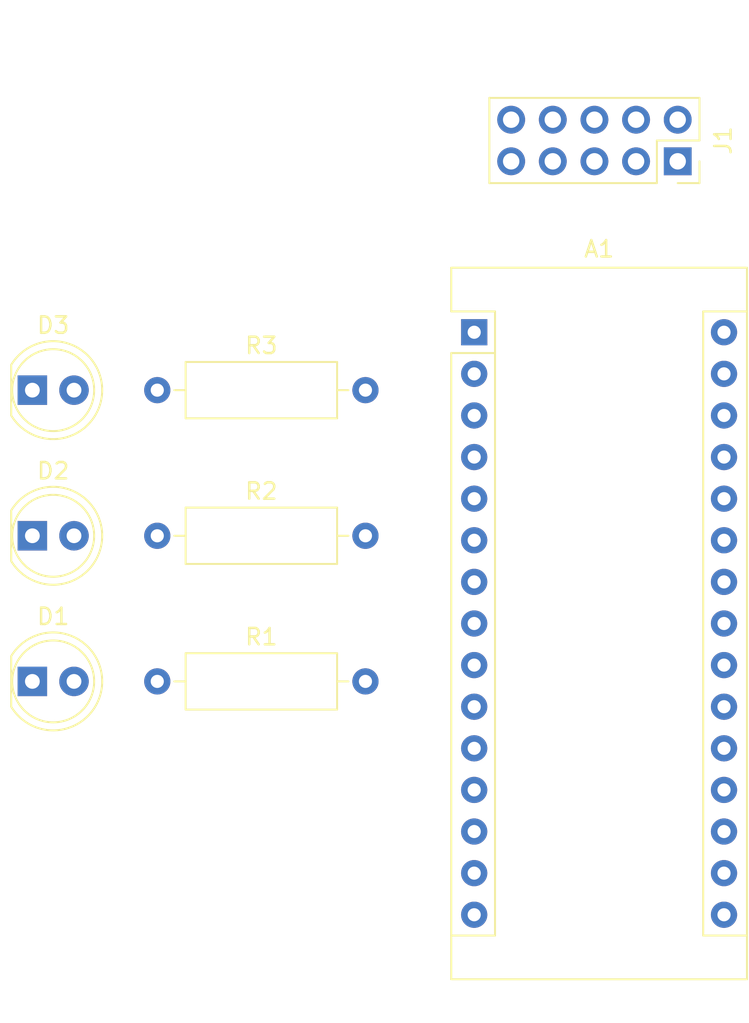
<source format=kicad_pcb>
(kicad_pcb (version 20171130) (host pcbnew 5.0.0+dfsg1-1)

  (general
    (thickness 1.6)
    (drawings 0)
    (tracks 0)
    (zones 0)
    (modules 8)
    (nets 34)
  )

  (page A4)
  (layers
    (0 F.Cu signal)
    (31 B.Cu signal)
    (32 B.Adhes user)
    (33 F.Adhes user)
    (34 B.Paste user)
    (35 F.Paste user)
    (36 B.SilkS user)
    (37 F.SilkS user)
    (38 B.Mask user)
    (39 F.Mask user)
    (40 Dwgs.User user)
    (41 Cmts.User user)
    (42 Eco1.User user)
    (43 Eco2.User user)
    (44 Edge.Cuts user)
    (45 Margin user)
    (46 B.CrtYd user)
    (47 F.CrtYd user)
    (48 B.Fab user)
    (49 F.Fab user)
  )

  (setup
    (last_trace_width 0.25)
    (trace_clearance 0.2)
    (zone_clearance 0.508)
    (zone_45_only no)
    (trace_min 0.2)
    (segment_width 0.2)
    (edge_width 0.15)
    (via_size 0.8)
    (via_drill 0.4)
    (via_min_size 0.4)
    (via_min_drill 0.3)
    (uvia_size 0.3)
    (uvia_drill 0.1)
    (uvias_allowed no)
    (uvia_min_size 0.2)
    (uvia_min_drill 0.1)
    (pcb_text_width 0.3)
    (pcb_text_size 1.5 1.5)
    (mod_edge_width 0.15)
    (mod_text_size 1 1)
    (mod_text_width 0.15)
    (pad_size 1.524 1.524)
    (pad_drill 0.762)
    (pad_to_mask_clearance 0.2)
    (aux_axis_origin 0 0)
    (visible_elements FFFFFF7F)
    (pcbplotparams
      (layerselection 0x010fc_ffffffff)
      (usegerberextensions false)
      (usegerberattributes false)
      (usegerberadvancedattributes false)
      (creategerberjobfile false)
      (excludeedgelayer true)
      (linewidth 0.100000)
      (plotframeref false)
      (viasonmask false)
      (mode 1)
      (useauxorigin false)
      (hpglpennumber 1)
      (hpglpenspeed 20)
      (hpglpendiameter 15.000000)
      (psnegative false)
      (psa4output false)
      (plotreference true)
      (plotvalue true)
      (plotinvisibletext false)
      (padsonsilk false)
      (subtractmaskfromsilk false)
      (outputformat 1)
      (mirror false)
      (drillshape 1)
      (scaleselection 1)
      (outputdirectory ""))
  )

  (net 0 "")
  (net 1 "Net-(A1-Pad1)")
  (net 2 "Net-(A1-Pad17)")
  (net 3 "Net-(A1-Pad2)")
  (net 4 "Net-(A1-Pad18)")
  (net 5 "Net-(A1-Pad3)")
  (net 6 "Net-(A1-Pad19)")
  (net 7 GND)
  (net 8 "Net-(A1-Pad20)")
  (net 9 "Net-(A1-Pad5)")
  (net 10 "Net-(A1-Pad21)")
  (net 11 "Net-(A1-Pad6)")
  (net 12 "Net-(A1-Pad22)")
  (net 13 "Net-(A1-Pad7)")
  (net 14 "Net-(A1-Pad23)")
  (net 15 "Net-(A1-Pad8)")
  (net 16 "Net-(A1-Pad24)")
  (net 17 "Net-(A1-Pad9)")
  (net 18 "Net-(A1-Pad25)")
  (net 19 LED_PROG)
  (net 20 "Net-(A1-Pad26)")
  (net 21 LED_ERROR)
  (net 22 +5V)
  (net 23 LED_HB)
  (net 24 "Net-(A1-Pad28)")
  (net 25 T_RST)
  (net 26 MOSI)
  (net 27 "Net-(A1-Pad30)")
  (net 28 MISO)
  (net 29 SCLK)
  (net 30 "Net-(D1-Pad2)")
  (net 31 "Net-(D2-Pad2)")
  (net 32 "Net-(D3-Pad2)")
  (net 33 "Net-(J1-Pad3)")

  (net_class Default "Ceci est la Netclass par défaut."
    (clearance 0.2)
    (trace_width 0.25)
    (via_dia 0.8)
    (via_drill 0.4)
    (uvia_dia 0.3)
    (uvia_drill 0.1)
    (add_net +5V)
    (add_net GND)
    (add_net LED_ERROR)
    (add_net LED_HB)
    (add_net LED_PROG)
    (add_net MISO)
    (add_net MOSI)
    (add_net "Net-(A1-Pad1)")
    (add_net "Net-(A1-Pad17)")
    (add_net "Net-(A1-Pad18)")
    (add_net "Net-(A1-Pad19)")
    (add_net "Net-(A1-Pad2)")
    (add_net "Net-(A1-Pad20)")
    (add_net "Net-(A1-Pad21)")
    (add_net "Net-(A1-Pad22)")
    (add_net "Net-(A1-Pad23)")
    (add_net "Net-(A1-Pad24)")
    (add_net "Net-(A1-Pad25)")
    (add_net "Net-(A1-Pad26)")
    (add_net "Net-(A1-Pad28)")
    (add_net "Net-(A1-Pad3)")
    (add_net "Net-(A1-Pad30)")
    (add_net "Net-(A1-Pad5)")
    (add_net "Net-(A1-Pad6)")
    (add_net "Net-(A1-Pad7)")
    (add_net "Net-(A1-Pad8)")
    (add_net "Net-(A1-Pad9)")
    (add_net "Net-(D1-Pad2)")
    (add_net "Net-(D2-Pad2)")
    (add_net "Net-(D3-Pad2)")
    (add_net "Net-(J1-Pad3)")
    (add_net SCLK)
    (add_net T_RST)
  )

  (module Module:Arduino_Nano (layer F.Cu) (tedit 58ACAF70) (tstamp 5B6A395F)
    (at 133.635001 106.955001)
    (descr "Arduino Nano, http://www.mouser.com/pdfdocs/Gravitech_Arduino_Nano3_0.pdf")
    (tags "Arduino Nano")
    (path /5B5D798D)
    (fp_text reference A1 (at 7.62 -5.08) (layer F.SilkS)
      (effects (font (size 1 1) (thickness 0.15)))
    )
    (fp_text value Arduino_Nano_v3.x (at 8.89 19.05 90) (layer F.Fab)
      (effects (font (size 1 1) (thickness 0.15)))
    )
    (fp_text user %R (at 6.35 19.05 90) (layer F.Fab)
      (effects (font (size 1 1) (thickness 0.15)))
    )
    (fp_line (start 1.27 1.27) (end 1.27 -1.27) (layer F.SilkS) (width 0.12))
    (fp_line (start 1.27 -1.27) (end -1.4 -1.27) (layer F.SilkS) (width 0.12))
    (fp_line (start -1.4 1.27) (end -1.4 39.5) (layer F.SilkS) (width 0.12))
    (fp_line (start -1.4 -3.94) (end -1.4 -1.27) (layer F.SilkS) (width 0.12))
    (fp_line (start 13.97 -1.27) (end 16.64 -1.27) (layer F.SilkS) (width 0.12))
    (fp_line (start 13.97 -1.27) (end 13.97 36.83) (layer F.SilkS) (width 0.12))
    (fp_line (start 13.97 36.83) (end 16.64 36.83) (layer F.SilkS) (width 0.12))
    (fp_line (start 1.27 1.27) (end -1.4 1.27) (layer F.SilkS) (width 0.12))
    (fp_line (start 1.27 1.27) (end 1.27 36.83) (layer F.SilkS) (width 0.12))
    (fp_line (start 1.27 36.83) (end -1.4 36.83) (layer F.SilkS) (width 0.12))
    (fp_line (start 3.81 31.75) (end 11.43 31.75) (layer F.Fab) (width 0.1))
    (fp_line (start 11.43 31.75) (end 11.43 41.91) (layer F.Fab) (width 0.1))
    (fp_line (start 11.43 41.91) (end 3.81 41.91) (layer F.Fab) (width 0.1))
    (fp_line (start 3.81 41.91) (end 3.81 31.75) (layer F.Fab) (width 0.1))
    (fp_line (start -1.4 39.5) (end 16.64 39.5) (layer F.SilkS) (width 0.12))
    (fp_line (start 16.64 39.5) (end 16.64 -3.94) (layer F.SilkS) (width 0.12))
    (fp_line (start 16.64 -3.94) (end -1.4 -3.94) (layer F.SilkS) (width 0.12))
    (fp_line (start 16.51 39.37) (end -1.27 39.37) (layer F.Fab) (width 0.1))
    (fp_line (start -1.27 39.37) (end -1.27 -2.54) (layer F.Fab) (width 0.1))
    (fp_line (start -1.27 -2.54) (end 0 -3.81) (layer F.Fab) (width 0.1))
    (fp_line (start 0 -3.81) (end 16.51 -3.81) (layer F.Fab) (width 0.1))
    (fp_line (start 16.51 -3.81) (end 16.51 39.37) (layer F.Fab) (width 0.1))
    (fp_line (start -1.53 -4.06) (end 16.75 -4.06) (layer F.CrtYd) (width 0.05))
    (fp_line (start -1.53 -4.06) (end -1.53 42.16) (layer F.CrtYd) (width 0.05))
    (fp_line (start 16.75 42.16) (end 16.75 -4.06) (layer F.CrtYd) (width 0.05))
    (fp_line (start 16.75 42.16) (end -1.53 42.16) (layer F.CrtYd) (width 0.05))
    (pad 1 thru_hole rect (at 0 0) (size 1.6 1.6) (drill 0.8) (layers *.Cu *.Mask)
      (net 1 "Net-(A1-Pad1)"))
    (pad 17 thru_hole oval (at 15.24 33.02) (size 1.6 1.6) (drill 0.8) (layers *.Cu *.Mask)
      (net 2 "Net-(A1-Pad17)"))
    (pad 2 thru_hole oval (at 0 2.54) (size 1.6 1.6) (drill 0.8) (layers *.Cu *.Mask)
      (net 3 "Net-(A1-Pad2)"))
    (pad 18 thru_hole oval (at 15.24 30.48) (size 1.6 1.6) (drill 0.8) (layers *.Cu *.Mask)
      (net 4 "Net-(A1-Pad18)"))
    (pad 3 thru_hole oval (at 0 5.08) (size 1.6 1.6) (drill 0.8) (layers *.Cu *.Mask)
      (net 5 "Net-(A1-Pad3)"))
    (pad 19 thru_hole oval (at 15.24 27.94) (size 1.6 1.6) (drill 0.8) (layers *.Cu *.Mask)
      (net 6 "Net-(A1-Pad19)"))
    (pad 4 thru_hole oval (at 0 7.62) (size 1.6 1.6) (drill 0.8) (layers *.Cu *.Mask)
      (net 7 GND))
    (pad 20 thru_hole oval (at 15.24 25.4) (size 1.6 1.6) (drill 0.8) (layers *.Cu *.Mask)
      (net 8 "Net-(A1-Pad20)"))
    (pad 5 thru_hole oval (at 0 10.16) (size 1.6 1.6) (drill 0.8) (layers *.Cu *.Mask)
      (net 9 "Net-(A1-Pad5)"))
    (pad 21 thru_hole oval (at 15.24 22.86) (size 1.6 1.6) (drill 0.8) (layers *.Cu *.Mask)
      (net 10 "Net-(A1-Pad21)"))
    (pad 6 thru_hole oval (at 0 12.7) (size 1.6 1.6) (drill 0.8) (layers *.Cu *.Mask)
      (net 11 "Net-(A1-Pad6)"))
    (pad 22 thru_hole oval (at 15.24 20.32) (size 1.6 1.6) (drill 0.8) (layers *.Cu *.Mask)
      (net 12 "Net-(A1-Pad22)"))
    (pad 7 thru_hole oval (at 0 15.24) (size 1.6 1.6) (drill 0.8) (layers *.Cu *.Mask)
      (net 13 "Net-(A1-Pad7)"))
    (pad 23 thru_hole oval (at 15.24 17.78) (size 1.6 1.6) (drill 0.8) (layers *.Cu *.Mask)
      (net 14 "Net-(A1-Pad23)"))
    (pad 8 thru_hole oval (at 0 17.78) (size 1.6 1.6) (drill 0.8) (layers *.Cu *.Mask)
      (net 15 "Net-(A1-Pad8)"))
    (pad 24 thru_hole oval (at 15.24 15.24) (size 1.6 1.6) (drill 0.8) (layers *.Cu *.Mask)
      (net 16 "Net-(A1-Pad24)"))
    (pad 9 thru_hole oval (at 0 20.32) (size 1.6 1.6) (drill 0.8) (layers *.Cu *.Mask)
      (net 17 "Net-(A1-Pad9)"))
    (pad 25 thru_hole oval (at 15.24 12.7) (size 1.6 1.6) (drill 0.8) (layers *.Cu *.Mask)
      (net 18 "Net-(A1-Pad25)"))
    (pad 10 thru_hole oval (at 0 22.86) (size 1.6 1.6) (drill 0.8) (layers *.Cu *.Mask)
      (net 19 LED_PROG))
    (pad 26 thru_hole oval (at 15.24 10.16) (size 1.6 1.6) (drill 0.8) (layers *.Cu *.Mask)
      (net 20 "Net-(A1-Pad26)"))
    (pad 11 thru_hole oval (at 0 25.4) (size 1.6 1.6) (drill 0.8) (layers *.Cu *.Mask)
      (net 21 LED_ERROR))
    (pad 27 thru_hole oval (at 15.24 7.62) (size 1.6 1.6) (drill 0.8) (layers *.Cu *.Mask)
      (net 22 +5V))
    (pad 12 thru_hole oval (at 0 27.94) (size 1.6 1.6) (drill 0.8) (layers *.Cu *.Mask)
      (net 23 LED_HB))
    (pad 28 thru_hole oval (at 15.24 5.08) (size 1.6 1.6) (drill 0.8) (layers *.Cu *.Mask)
      (net 24 "Net-(A1-Pad28)"))
    (pad 13 thru_hole oval (at 0 30.48) (size 1.6 1.6) (drill 0.8) (layers *.Cu *.Mask)
      (net 25 T_RST))
    (pad 29 thru_hole oval (at 15.24 2.54) (size 1.6 1.6) (drill 0.8) (layers *.Cu *.Mask)
      (net 7 GND))
    (pad 14 thru_hole oval (at 0 33.02) (size 1.6 1.6) (drill 0.8) (layers *.Cu *.Mask)
      (net 26 MOSI))
    (pad 30 thru_hole oval (at 15.24 0) (size 1.6 1.6) (drill 0.8) (layers *.Cu *.Mask)
      (net 27 "Net-(A1-Pad30)"))
    (pad 15 thru_hole oval (at 0 35.56) (size 1.6 1.6) (drill 0.8) (layers *.Cu *.Mask)
      (net 28 MISO))
    (pad 16 thru_hole oval (at 15.24 35.56) (size 1.6 1.6) (drill 0.8) (layers *.Cu *.Mask)
      (net 29 SCLK))
    (model ${KISYS3DMOD}/Module.3dshapes/Arduino_Nano_WithMountingHoles.wrl
      (at (xyz 0 0 0))
      (scale (xyz 1 1 1))
      (rotate (xyz 0 0 0))
    )
  )

  (module LED_THT:LED_D5.0mm (layer F.Cu) (tedit 5995936A) (tstamp 5B6A3971)
    (at 106.68 128.27)
    (descr "LED, diameter 5.0mm, 2 pins, http://cdn-reichelt.de/documents/datenblatt/A500/LL-504BC2E-009.pdf")
    (tags "LED diameter 5.0mm 2 pins")
    (path /5B5DB0A3)
    (fp_text reference D1 (at 1.27 -3.96) (layer F.SilkS)
      (effects (font (size 1 1) (thickness 0.15)))
    )
    (fp_text value LED (at 1.27 3.96) (layer F.Fab)
      (effects (font (size 1 1) (thickness 0.15)))
    )
    (fp_arc (start 1.27 0) (end -1.23 -1.469694) (angle 299.1) (layer F.Fab) (width 0.1))
    (fp_arc (start 1.27 0) (end -1.29 -1.54483) (angle 148.9) (layer F.SilkS) (width 0.12))
    (fp_arc (start 1.27 0) (end -1.29 1.54483) (angle -148.9) (layer F.SilkS) (width 0.12))
    (fp_circle (center 1.27 0) (end 3.77 0) (layer F.Fab) (width 0.1))
    (fp_circle (center 1.27 0) (end 3.77 0) (layer F.SilkS) (width 0.12))
    (fp_line (start -1.23 -1.469694) (end -1.23 1.469694) (layer F.Fab) (width 0.1))
    (fp_line (start -1.29 -1.545) (end -1.29 1.545) (layer F.SilkS) (width 0.12))
    (fp_line (start -1.95 -3.25) (end -1.95 3.25) (layer F.CrtYd) (width 0.05))
    (fp_line (start -1.95 3.25) (end 4.5 3.25) (layer F.CrtYd) (width 0.05))
    (fp_line (start 4.5 3.25) (end 4.5 -3.25) (layer F.CrtYd) (width 0.05))
    (fp_line (start 4.5 -3.25) (end -1.95 -3.25) (layer F.CrtYd) (width 0.05))
    (fp_text user %R (at 1.25 0) (layer F.Fab)
      (effects (font (size 0.8 0.8) (thickness 0.2)))
    )
    (pad 1 thru_hole rect (at 0 0) (size 1.8 1.8) (drill 0.9) (layers *.Cu *.Mask)
      (net 7 GND))
    (pad 2 thru_hole circle (at 2.54 0) (size 1.8 1.8) (drill 0.9) (layers *.Cu *.Mask)
      (net 30 "Net-(D1-Pad2)"))
    (model ${KISYS3DMOD}/LED_THT.3dshapes/LED_D5.0mm.wrl
      (at (xyz 0 0 0))
      (scale (xyz 1 1 1))
      (rotate (xyz 0 0 0))
    )
  )

  (module LED_THT:LED_D5.0mm (layer F.Cu) (tedit 5995936A) (tstamp 5B6A3983)
    (at 106.68 119.38)
    (descr "LED, diameter 5.0mm, 2 pins, http://cdn-reichelt.de/documents/datenblatt/A500/LL-504BC2E-009.pdf")
    (tags "LED diameter 5.0mm 2 pins")
    (path /5B5DBEF0)
    (fp_text reference D2 (at 1.27 -3.96) (layer F.SilkS)
      (effects (font (size 1 1) (thickness 0.15)))
    )
    (fp_text value LED (at 1.27 3.96) (layer F.Fab)
      (effects (font (size 1 1) (thickness 0.15)))
    )
    (fp_text user %R (at 1.25 0) (layer F.Fab)
      (effects (font (size 0.8 0.8) (thickness 0.2)))
    )
    (fp_line (start 4.5 -3.25) (end -1.95 -3.25) (layer F.CrtYd) (width 0.05))
    (fp_line (start 4.5 3.25) (end 4.5 -3.25) (layer F.CrtYd) (width 0.05))
    (fp_line (start -1.95 3.25) (end 4.5 3.25) (layer F.CrtYd) (width 0.05))
    (fp_line (start -1.95 -3.25) (end -1.95 3.25) (layer F.CrtYd) (width 0.05))
    (fp_line (start -1.29 -1.545) (end -1.29 1.545) (layer F.SilkS) (width 0.12))
    (fp_line (start -1.23 -1.469694) (end -1.23 1.469694) (layer F.Fab) (width 0.1))
    (fp_circle (center 1.27 0) (end 3.77 0) (layer F.SilkS) (width 0.12))
    (fp_circle (center 1.27 0) (end 3.77 0) (layer F.Fab) (width 0.1))
    (fp_arc (start 1.27 0) (end -1.29 1.54483) (angle -148.9) (layer F.SilkS) (width 0.12))
    (fp_arc (start 1.27 0) (end -1.29 -1.54483) (angle 148.9) (layer F.SilkS) (width 0.12))
    (fp_arc (start 1.27 0) (end -1.23 -1.469694) (angle 299.1) (layer F.Fab) (width 0.1))
    (pad 2 thru_hole circle (at 2.54 0) (size 1.8 1.8) (drill 0.9) (layers *.Cu *.Mask)
      (net 31 "Net-(D2-Pad2)"))
    (pad 1 thru_hole rect (at 0 0) (size 1.8 1.8) (drill 0.9) (layers *.Cu *.Mask)
      (net 7 GND))
    (model ${KISYS3DMOD}/LED_THT.3dshapes/LED_D5.0mm.wrl
      (at (xyz 0 0 0))
      (scale (xyz 1 1 1))
      (rotate (xyz 0 0 0))
    )
  )

  (module LED_THT:LED_D5.0mm (layer F.Cu) (tedit 5995936A) (tstamp 5B6A3995)
    (at 106.68 110.49)
    (descr "LED, diameter 5.0mm, 2 pins, http://cdn-reichelt.de/documents/datenblatt/A500/LL-504BC2E-009.pdf")
    (tags "LED diameter 5.0mm 2 pins")
    (path /5B5DBF14)
    (fp_text reference D3 (at 1.27 -3.96) (layer F.SilkS)
      (effects (font (size 1 1) (thickness 0.15)))
    )
    (fp_text value LED (at 1.27 3.96) (layer F.Fab)
      (effects (font (size 1 1) (thickness 0.15)))
    )
    (fp_arc (start 1.27 0) (end -1.23 -1.469694) (angle 299.1) (layer F.Fab) (width 0.1))
    (fp_arc (start 1.27 0) (end -1.29 -1.54483) (angle 148.9) (layer F.SilkS) (width 0.12))
    (fp_arc (start 1.27 0) (end -1.29 1.54483) (angle -148.9) (layer F.SilkS) (width 0.12))
    (fp_circle (center 1.27 0) (end 3.77 0) (layer F.Fab) (width 0.1))
    (fp_circle (center 1.27 0) (end 3.77 0) (layer F.SilkS) (width 0.12))
    (fp_line (start -1.23 -1.469694) (end -1.23 1.469694) (layer F.Fab) (width 0.1))
    (fp_line (start -1.29 -1.545) (end -1.29 1.545) (layer F.SilkS) (width 0.12))
    (fp_line (start -1.95 -3.25) (end -1.95 3.25) (layer F.CrtYd) (width 0.05))
    (fp_line (start -1.95 3.25) (end 4.5 3.25) (layer F.CrtYd) (width 0.05))
    (fp_line (start 4.5 3.25) (end 4.5 -3.25) (layer F.CrtYd) (width 0.05))
    (fp_line (start 4.5 -3.25) (end -1.95 -3.25) (layer F.CrtYd) (width 0.05))
    (fp_text user %R (at 1.25 0) (layer F.Fab)
      (effects (font (size 0.8 0.8) (thickness 0.2)))
    )
    (pad 1 thru_hole rect (at 0 0) (size 1.8 1.8) (drill 0.9) (layers *.Cu *.Mask)
      (net 7 GND))
    (pad 2 thru_hole circle (at 2.54 0) (size 1.8 1.8) (drill 0.9) (layers *.Cu *.Mask)
      (net 32 "Net-(D3-Pad2)"))
    (model ${KISYS3DMOD}/LED_THT.3dshapes/LED_D5.0mm.wrl
      (at (xyz 0 0 0))
      (scale (xyz 1 1 1))
      (rotate (xyz 0 0 0))
    )
  )

  (module Connector_PinSocket_2.54mm:PinSocket_2x05_P2.54mm_Vertical (layer F.Cu) (tedit 5A19A42B) (tstamp 5B6A39B5)
    (at 146.05 96.52 270)
    (descr "Through hole straight socket strip, 2x05, 2.54mm pitch, double cols (from Kicad 4.0.7), script generated")
    (tags "Through hole socket strip THT 2x05 2.54mm double row")
    (path /5B5D879F)
    (fp_text reference J1 (at -1.27 -2.77 270) (layer F.SilkS)
      (effects (font (size 1 1) (thickness 0.15)))
    )
    (fp_text value Conn_02x05_Odd_Even (at -1.27 12.93 270) (layer F.Fab)
      (effects (font (size 1 1) (thickness 0.15)))
    )
    (fp_line (start -3.81 -1.27) (end 0.27 -1.27) (layer F.Fab) (width 0.1))
    (fp_line (start 0.27 -1.27) (end 1.27 -0.27) (layer F.Fab) (width 0.1))
    (fp_line (start 1.27 -0.27) (end 1.27 11.43) (layer F.Fab) (width 0.1))
    (fp_line (start 1.27 11.43) (end -3.81 11.43) (layer F.Fab) (width 0.1))
    (fp_line (start -3.81 11.43) (end -3.81 -1.27) (layer F.Fab) (width 0.1))
    (fp_line (start -3.87 -1.33) (end -1.27 -1.33) (layer F.SilkS) (width 0.12))
    (fp_line (start -3.87 -1.33) (end -3.87 11.49) (layer F.SilkS) (width 0.12))
    (fp_line (start -3.87 11.49) (end 1.33 11.49) (layer F.SilkS) (width 0.12))
    (fp_line (start 1.33 1.27) (end 1.33 11.49) (layer F.SilkS) (width 0.12))
    (fp_line (start -1.27 1.27) (end 1.33 1.27) (layer F.SilkS) (width 0.12))
    (fp_line (start -1.27 -1.33) (end -1.27 1.27) (layer F.SilkS) (width 0.12))
    (fp_line (start 1.33 -1.33) (end 1.33 0) (layer F.SilkS) (width 0.12))
    (fp_line (start 0 -1.33) (end 1.33 -1.33) (layer F.SilkS) (width 0.12))
    (fp_line (start -4.34 -1.8) (end 1.76 -1.8) (layer F.CrtYd) (width 0.05))
    (fp_line (start 1.76 -1.8) (end 1.76 11.9) (layer F.CrtYd) (width 0.05))
    (fp_line (start 1.76 11.9) (end -4.34 11.9) (layer F.CrtYd) (width 0.05))
    (fp_line (start -4.34 11.9) (end -4.34 -1.8) (layer F.CrtYd) (width 0.05))
    (fp_text user %R (at -1.27 5.08) (layer F.Fab)
      (effects (font (size 1 1) (thickness 0.15)))
    )
    (pad 1 thru_hole rect (at 0 0 270) (size 1.7 1.7) (drill 1) (layers *.Cu *.Mask)
      (net 26 MOSI))
    (pad 2 thru_hole oval (at -2.54 0 270) (size 1.7 1.7) (drill 1) (layers *.Cu *.Mask)
      (net 22 +5V))
    (pad 3 thru_hole oval (at 0 2.54 270) (size 1.7 1.7) (drill 1) (layers *.Cu *.Mask)
      (net 33 "Net-(J1-Pad3)"))
    (pad 4 thru_hole oval (at -2.54 2.54 270) (size 1.7 1.7) (drill 1) (layers *.Cu *.Mask)
      (net 7 GND))
    (pad 5 thru_hole oval (at 0 5.08 270) (size 1.7 1.7) (drill 1) (layers *.Cu *.Mask)
      (net 25 T_RST))
    (pad 6 thru_hole oval (at -2.54 5.08 270) (size 1.7 1.7) (drill 1) (layers *.Cu *.Mask)
      (net 7 GND))
    (pad 7 thru_hole oval (at 0 7.62 270) (size 1.7 1.7) (drill 1) (layers *.Cu *.Mask)
      (net 29 SCLK))
    (pad 8 thru_hole oval (at -2.54 7.62 270) (size 1.7 1.7) (drill 1) (layers *.Cu *.Mask)
      (net 7 GND))
    (pad 9 thru_hole oval (at 0 10.16 270) (size 1.7 1.7) (drill 1) (layers *.Cu *.Mask)
      (net 28 MISO))
    (pad 10 thru_hole oval (at -2.54 10.16 270) (size 1.7 1.7) (drill 1) (layers *.Cu *.Mask)
      (net 7 GND))
    (model ${KISYS3DMOD}/Connector_PinSocket_2.54mm.3dshapes/PinSocket_2x05_P2.54mm_Vertical.wrl
      (at (xyz 0 0 0))
      (scale (xyz 1 1 1))
      (rotate (xyz 0 0 0))
    )
  )

  (module Resistor_THT:R_Axial_DIN0309_L9.0mm_D3.2mm_P12.70mm_Horizontal (layer F.Cu) (tedit 5AE5139B) (tstamp 5B6A39CC)
    (at 114.3 128.27)
    (descr "Resistor, Axial_DIN0309 series, Axial, Horizontal, pin pitch=12.7mm, 0.5W = 1/2W, length*diameter=9*3.2mm^2, http://cdn-reichelt.de/documents/datenblatt/B400/1_4W%23YAG.pdf")
    (tags "Resistor Axial_DIN0309 series Axial Horizontal pin pitch 12.7mm 0.5W = 1/2W length 9mm diameter 3.2mm")
    (path /5B5DD10A)
    (fp_text reference R1 (at 6.35 -2.72) (layer F.SilkS)
      (effects (font (size 1 1) (thickness 0.15)))
    )
    (fp_text value R (at 6.35 2.72) (layer F.Fab)
      (effects (font (size 1 1) (thickness 0.15)))
    )
    (fp_line (start 1.85 -1.6) (end 1.85 1.6) (layer F.Fab) (width 0.1))
    (fp_line (start 1.85 1.6) (end 10.85 1.6) (layer F.Fab) (width 0.1))
    (fp_line (start 10.85 1.6) (end 10.85 -1.6) (layer F.Fab) (width 0.1))
    (fp_line (start 10.85 -1.6) (end 1.85 -1.6) (layer F.Fab) (width 0.1))
    (fp_line (start 0 0) (end 1.85 0) (layer F.Fab) (width 0.1))
    (fp_line (start 12.7 0) (end 10.85 0) (layer F.Fab) (width 0.1))
    (fp_line (start 1.73 -1.72) (end 1.73 1.72) (layer F.SilkS) (width 0.12))
    (fp_line (start 1.73 1.72) (end 10.97 1.72) (layer F.SilkS) (width 0.12))
    (fp_line (start 10.97 1.72) (end 10.97 -1.72) (layer F.SilkS) (width 0.12))
    (fp_line (start 10.97 -1.72) (end 1.73 -1.72) (layer F.SilkS) (width 0.12))
    (fp_line (start 1.04 0) (end 1.73 0) (layer F.SilkS) (width 0.12))
    (fp_line (start 11.66 0) (end 10.97 0) (layer F.SilkS) (width 0.12))
    (fp_line (start -1.05 -1.85) (end -1.05 1.85) (layer F.CrtYd) (width 0.05))
    (fp_line (start -1.05 1.85) (end 13.75 1.85) (layer F.CrtYd) (width 0.05))
    (fp_line (start 13.75 1.85) (end 13.75 -1.85) (layer F.CrtYd) (width 0.05))
    (fp_line (start 13.75 -1.85) (end -1.05 -1.85) (layer F.CrtYd) (width 0.05))
    (fp_text user %R (at 6.35 0) (layer F.Fab)
      (effects (font (size 1 1) (thickness 0.15)))
    )
    (pad 1 thru_hole circle (at 0 0) (size 1.6 1.6) (drill 0.8) (layers *.Cu *.Mask)
      (net 30 "Net-(D1-Pad2)"))
    (pad 2 thru_hole oval (at 12.7 0) (size 1.6 1.6) (drill 0.8) (layers *.Cu *.Mask)
      (net 23 LED_HB))
    (model ${KISYS3DMOD}/Resistor_THT.3dshapes/R_Axial_DIN0309_L9.0mm_D3.2mm_P12.70mm_Horizontal.wrl
      (at (xyz 0 0 0))
      (scale (xyz 1 1 1))
      (rotate (xyz 0 0 0))
    )
  )

  (module Resistor_THT:R_Axial_DIN0309_L9.0mm_D3.2mm_P12.70mm_Horizontal (layer F.Cu) (tedit 5AE5139B) (tstamp 5B6A39E3)
    (at 114.3 119.38)
    (descr "Resistor, Axial_DIN0309 series, Axial, Horizontal, pin pitch=12.7mm, 0.5W = 1/2W, length*diameter=9*3.2mm^2, http://cdn-reichelt.de/documents/datenblatt/B400/1_4W%23YAG.pdf")
    (tags "Resistor Axial_DIN0309 series Axial Horizontal pin pitch 12.7mm 0.5W = 1/2W length 9mm diameter 3.2mm")
    (path /5B5DD1B5)
    (fp_text reference R2 (at 6.35 -2.72) (layer F.SilkS)
      (effects (font (size 1 1) (thickness 0.15)))
    )
    (fp_text value R (at 6.35 2.72) (layer F.Fab)
      (effects (font (size 1 1) (thickness 0.15)))
    )
    (fp_text user %R (at 6.35 0) (layer F.Fab)
      (effects (font (size 1 1) (thickness 0.15)))
    )
    (fp_line (start 13.75 -1.85) (end -1.05 -1.85) (layer F.CrtYd) (width 0.05))
    (fp_line (start 13.75 1.85) (end 13.75 -1.85) (layer F.CrtYd) (width 0.05))
    (fp_line (start -1.05 1.85) (end 13.75 1.85) (layer F.CrtYd) (width 0.05))
    (fp_line (start -1.05 -1.85) (end -1.05 1.85) (layer F.CrtYd) (width 0.05))
    (fp_line (start 11.66 0) (end 10.97 0) (layer F.SilkS) (width 0.12))
    (fp_line (start 1.04 0) (end 1.73 0) (layer F.SilkS) (width 0.12))
    (fp_line (start 10.97 -1.72) (end 1.73 -1.72) (layer F.SilkS) (width 0.12))
    (fp_line (start 10.97 1.72) (end 10.97 -1.72) (layer F.SilkS) (width 0.12))
    (fp_line (start 1.73 1.72) (end 10.97 1.72) (layer F.SilkS) (width 0.12))
    (fp_line (start 1.73 -1.72) (end 1.73 1.72) (layer F.SilkS) (width 0.12))
    (fp_line (start 12.7 0) (end 10.85 0) (layer F.Fab) (width 0.1))
    (fp_line (start 0 0) (end 1.85 0) (layer F.Fab) (width 0.1))
    (fp_line (start 10.85 -1.6) (end 1.85 -1.6) (layer F.Fab) (width 0.1))
    (fp_line (start 10.85 1.6) (end 10.85 -1.6) (layer F.Fab) (width 0.1))
    (fp_line (start 1.85 1.6) (end 10.85 1.6) (layer F.Fab) (width 0.1))
    (fp_line (start 1.85 -1.6) (end 1.85 1.6) (layer F.Fab) (width 0.1))
    (pad 2 thru_hole oval (at 12.7 0) (size 1.6 1.6) (drill 0.8) (layers *.Cu *.Mask)
      (net 21 LED_ERROR))
    (pad 1 thru_hole circle (at 0 0) (size 1.6 1.6) (drill 0.8) (layers *.Cu *.Mask)
      (net 31 "Net-(D2-Pad2)"))
    (model ${KISYS3DMOD}/Resistor_THT.3dshapes/R_Axial_DIN0309_L9.0mm_D3.2mm_P12.70mm_Horizontal.wrl
      (at (xyz 0 0 0))
      (scale (xyz 1 1 1))
      (rotate (xyz 0 0 0))
    )
  )

  (module Resistor_THT:R_Axial_DIN0309_L9.0mm_D3.2mm_P12.70mm_Horizontal (layer F.Cu) (tedit 5AE5139B) (tstamp 5B6A39FA)
    (at 114.3 110.49)
    (descr "Resistor, Axial_DIN0309 series, Axial, Horizontal, pin pitch=12.7mm, 0.5W = 1/2W, length*diameter=9*3.2mm^2, http://cdn-reichelt.de/documents/datenblatt/B400/1_4W%23YAG.pdf")
    (tags "Resistor Axial_DIN0309 series Axial Horizontal pin pitch 12.7mm 0.5W = 1/2W length 9mm diameter 3.2mm")
    (path /5B5DD1E1)
    (fp_text reference R3 (at 6.35 -2.72) (layer F.SilkS)
      (effects (font (size 1 1) (thickness 0.15)))
    )
    (fp_text value R (at 6.35 2.72) (layer F.Fab)
      (effects (font (size 1 1) (thickness 0.15)))
    )
    (fp_line (start 1.85 -1.6) (end 1.85 1.6) (layer F.Fab) (width 0.1))
    (fp_line (start 1.85 1.6) (end 10.85 1.6) (layer F.Fab) (width 0.1))
    (fp_line (start 10.85 1.6) (end 10.85 -1.6) (layer F.Fab) (width 0.1))
    (fp_line (start 10.85 -1.6) (end 1.85 -1.6) (layer F.Fab) (width 0.1))
    (fp_line (start 0 0) (end 1.85 0) (layer F.Fab) (width 0.1))
    (fp_line (start 12.7 0) (end 10.85 0) (layer F.Fab) (width 0.1))
    (fp_line (start 1.73 -1.72) (end 1.73 1.72) (layer F.SilkS) (width 0.12))
    (fp_line (start 1.73 1.72) (end 10.97 1.72) (layer F.SilkS) (width 0.12))
    (fp_line (start 10.97 1.72) (end 10.97 -1.72) (layer F.SilkS) (width 0.12))
    (fp_line (start 10.97 -1.72) (end 1.73 -1.72) (layer F.SilkS) (width 0.12))
    (fp_line (start 1.04 0) (end 1.73 0) (layer F.SilkS) (width 0.12))
    (fp_line (start 11.66 0) (end 10.97 0) (layer F.SilkS) (width 0.12))
    (fp_line (start -1.05 -1.85) (end -1.05 1.85) (layer F.CrtYd) (width 0.05))
    (fp_line (start -1.05 1.85) (end 13.75 1.85) (layer F.CrtYd) (width 0.05))
    (fp_line (start 13.75 1.85) (end 13.75 -1.85) (layer F.CrtYd) (width 0.05))
    (fp_line (start 13.75 -1.85) (end -1.05 -1.85) (layer F.CrtYd) (width 0.05))
    (fp_text user %R (at 6.35 0) (layer F.Fab)
      (effects (font (size 1 1) (thickness 0.15)))
    )
    (pad 1 thru_hole circle (at 0 0) (size 1.6 1.6) (drill 0.8) (layers *.Cu *.Mask)
      (net 32 "Net-(D3-Pad2)"))
    (pad 2 thru_hole oval (at 12.7 0) (size 1.6 1.6) (drill 0.8) (layers *.Cu *.Mask)
      (net 19 LED_PROG))
    (model ${KISYS3DMOD}/Resistor_THT.3dshapes/R_Axial_DIN0309_L9.0mm_D3.2mm_P12.70mm_Horizontal.wrl
      (at (xyz 0 0 0))
      (scale (xyz 1 1 1))
      (rotate (xyz 0 0 0))
    )
  )

)

</source>
